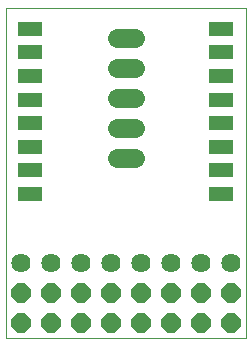
<source format=gts>
G75*
%MOIN*%
%OFA0B0*%
%FSLAX25Y25*%
%IPPOS*%
%LPD*%
%AMOC8*
5,1,8,0,0,1.08239X$1,22.5*
%
%ADD10C,0.00000*%
%ADD11R,0.08274X0.05124*%
%ADD12OC8,0.06400*%
%ADD13C,0.06400*%
%ADD14C,0.06400*%
D10*
X0001800Y0001800D02*
X0001800Y0111800D01*
X0081800Y0111800D01*
X0081800Y0001800D01*
X0001800Y0001800D01*
D11*
X0009800Y0049674D03*
X0009800Y0057548D03*
X0009800Y0065422D03*
X0009800Y0073296D03*
X0009800Y0081170D03*
X0009800Y0089044D03*
X0009800Y0096918D03*
X0009800Y0104792D03*
X0073580Y0104792D03*
X0073580Y0096918D03*
X0073580Y0089044D03*
X0073580Y0081170D03*
X0073580Y0073296D03*
X0073580Y0065422D03*
X0073580Y0057548D03*
X0073580Y0049674D03*
D12*
X0076800Y0016800D03*
X0076800Y0006800D03*
X0066800Y0006800D03*
X0066800Y0016800D03*
X0056800Y0016800D03*
X0056800Y0006800D03*
X0046800Y0006800D03*
X0046800Y0016800D03*
X0036800Y0016800D03*
X0036800Y0006800D03*
X0026800Y0006800D03*
X0026800Y0016800D03*
X0016800Y0016800D03*
X0016800Y0006800D03*
X0006800Y0006800D03*
X0006800Y0016800D03*
D13*
X0006800Y0026800D03*
X0016800Y0026800D03*
X0026800Y0026800D03*
X0036800Y0026800D03*
X0046800Y0026800D03*
X0056800Y0026800D03*
X0066800Y0026800D03*
X0076800Y0026800D03*
D14*
X0044800Y0061800D02*
X0038800Y0061800D01*
X0038800Y0071800D02*
X0044800Y0071800D01*
X0044800Y0081800D02*
X0038800Y0081800D01*
X0038800Y0091800D02*
X0044800Y0091800D01*
X0044800Y0101800D02*
X0038800Y0101800D01*
M02*

</source>
